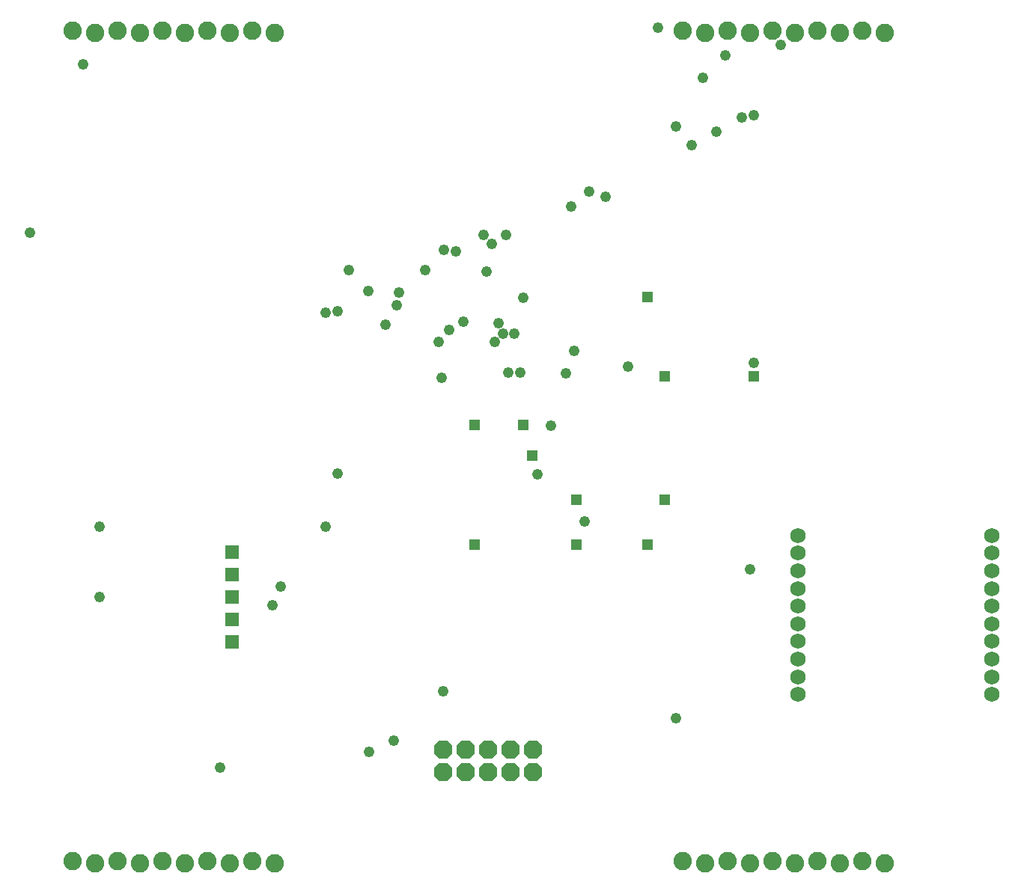
<source format=gbs>
G75*
G70*
%OFA0B0*%
%FSLAX24Y24*%
%IPPOS*%
%LPD*%
%AMOC8*
5,1,8,0,0,1.08239X$1,22.5*
%
%ADD10C,0.0820*%
%ADD11C,0.0680*%
%ADD12OC8,0.0820*%
%ADD13R,0.0595X0.0595*%
%ADD14C,0.0480*%
%ADD15R,0.0476X0.0476*%
D10*
X009629Y007428D03*
X010629Y007328D03*
X011629Y007428D03*
X012629Y007328D03*
X013629Y007428D03*
X014629Y007328D03*
X015629Y007428D03*
X016629Y007328D03*
X017629Y007428D03*
X018629Y007328D03*
X036794Y007428D03*
X037794Y007328D03*
X038794Y007428D03*
X039794Y007328D03*
X040794Y007428D03*
X041794Y007328D03*
X042794Y007428D03*
X043794Y007328D03*
X044794Y007428D03*
X045794Y007328D03*
X045794Y044336D03*
X044794Y044436D03*
X043794Y044336D03*
X042794Y044436D03*
X041794Y044336D03*
X040794Y044436D03*
X039794Y044336D03*
X038794Y044436D03*
X037794Y044336D03*
X036794Y044436D03*
X018629Y044336D03*
X017629Y044436D03*
X016629Y044336D03*
X015629Y044436D03*
X014629Y044336D03*
X013629Y044436D03*
X012629Y044336D03*
X011629Y044436D03*
X010629Y044336D03*
X009629Y044436D03*
D11*
X041912Y021945D03*
X041912Y021157D03*
X041912Y020370D03*
X041912Y019583D03*
X041912Y018795D03*
X041912Y018008D03*
X041912Y017220D03*
X041912Y016433D03*
X041912Y015646D03*
X041912Y014858D03*
X050574Y014858D03*
X050574Y015646D03*
X050574Y016433D03*
X050574Y017220D03*
X050574Y018008D03*
X050574Y018795D03*
X050574Y019583D03*
X050574Y020370D03*
X050574Y021157D03*
X050574Y021945D03*
D12*
X030133Y012406D03*
X029133Y012406D03*
X028133Y012406D03*
X027133Y012406D03*
X026133Y012406D03*
X026133Y011406D03*
X027133Y011406D03*
X028133Y011406D03*
X029133Y011406D03*
X030133Y011406D03*
D13*
X016715Y017189D03*
X016715Y018189D03*
X016715Y019189D03*
X016715Y020189D03*
X016715Y021189D03*
D14*
X018881Y019661D03*
X018526Y018835D03*
X020908Y022339D03*
X021440Y024701D03*
X026046Y028953D03*
X025928Y030567D03*
X026400Y031118D03*
X027030Y031472D03*
X028430Y030572D03*
X028805Y030947D03*
X029305Y030947D03*
X028586Y031413D03*
X029708Y032535D03*
X028054Y033717D03*
X028305Y034947D03*
X027930Y035322D03*
X028930Y035322D03*
X026696Y034602D03*
X026164Y034661D03*
X025337Y033776D03*
X024156Y032772D03*
X024055Y032197D03*
X023555Y031322D03*
X022805Y032822D03*
X021912Y033776D03*
X021440Y031945D03*
X020908Y031886D03*
X029038Y029189D03*
X029555Y029197D03*
X031597Y029169D03*
X031952Y030173D03*
X034373Y029465D03*
X030930Y026822D03*
X030337Y024661D03*
X032424Y022575D03*
X039786Y020449D03*
X036499Y013795D03*
X026125Y015016D03*
X023920Y012811D03*
X022818Y012299D03*
X016204Y011610D03*
X010810Y019189D03*
X010810Y022339D03*
X007719Y035429D03*
X010101Y042929D03*
X031814Y036591D03*
X032621Y037280D03*
X033369Y037024D03*
X036499Y040154D03*
X037180Y039322D03*
X038305Y039947D03*
X039430Y040572D03*
X039944Y040685D03*
X037680Y042339D03*
X038684Y043343D03*
X041164Y043815D03*
X035692Y044583D03*
X039944Y029622D03*
D15*
X039944Y029031D03*
X036007Y029031D03*
X035219Y032575D03*
X029708Y026866D03*
X030101Y025488D03*
X032070Y023520D03*
X032070Y021551D03*
X035219Y021551D03*
X036007Y023520D03*
X027542Y021551D03*
X027542Y026866D03*
M02*

</source>
